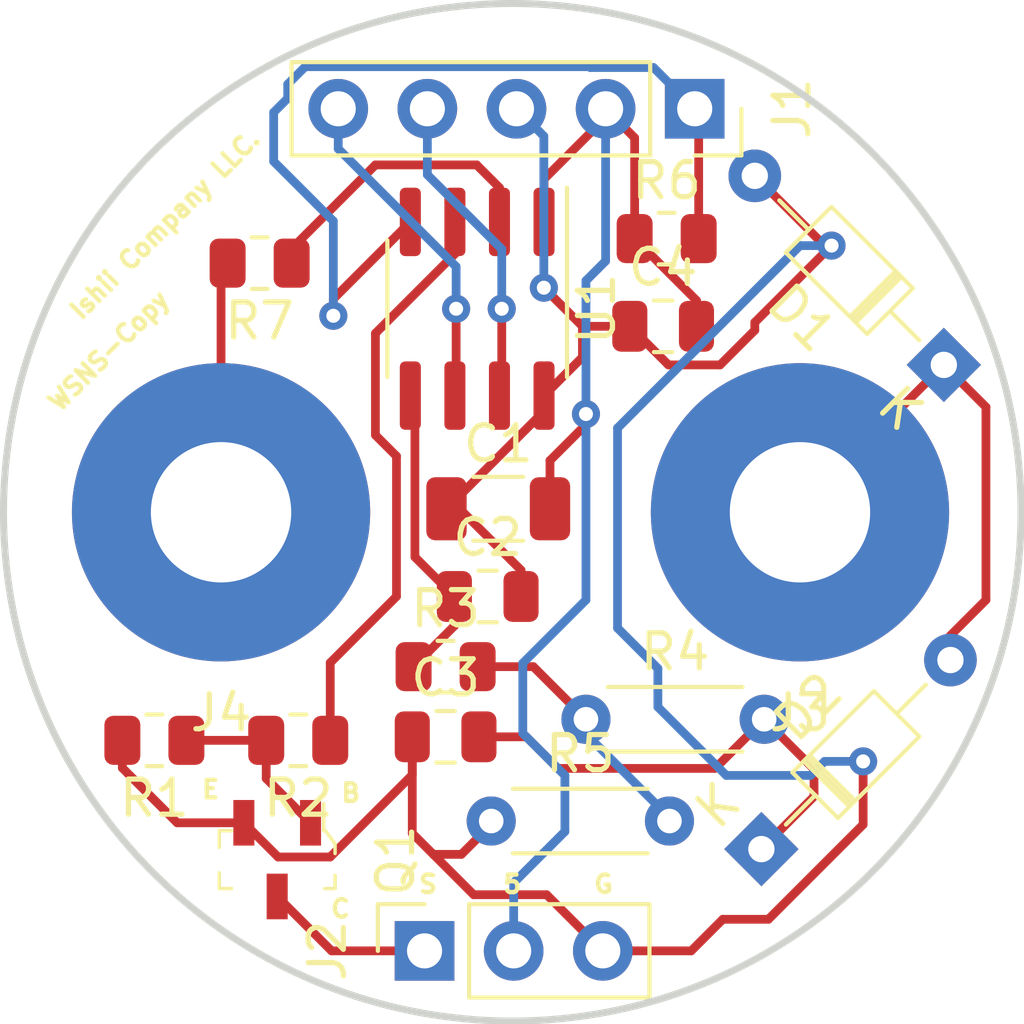
<source format=kicad_pcb>
(kicad_pcb (version 20171130) (host pcbnew "(5.1.9)-1")

  (general
    (thickness 1.6)
    (drawings 14)
    (tracks 138)
    (zones 0)
    (modules 19)
    (nets 15)
  )

  (page A4)
  (layers
    (0 F.Cu signal)
    (31 B.Cu signal)
    (32 B.Adhes user hide)
    (33 F.Adhes user hide)
    (34 B.Paste user)
    (35 F.Paste user)
    (36 B.SilkS user)
    (37 F.SilkS user)
    (38 B.Mask user)
    (39 F.Mask user)
    (40 Dwgs.User user hide)
    (41 Cmts.User user hide)
    (42 Eco1.User user hide)
    (43 Eco2.User user hide)
    (44 Edge.Cuts user)
    (45 Margin user hide)
    (46 B.CrtYd user hide)
    (47 F.CrtYd user hide)
    (48 B.Fab user hide)
    (49 F.Fab user hide)
  )

  (setup
    (last_trace_width 0.25)
    (trace_clearance 0.2)
    (zone_clearance 0.508)
    (zone_45_only no)
    (trace_min 0.2)
    (via_size 0.8)
    (via_drill 0.4)
    (via_min_size 0.4)
    (via_min_drill 0.3)
    (uvia_size 0.3)
    (uvia_drill 0.1)
    (uvias_allowed no)
    (uvia_min_size 0.2)
    (uvia_min_drill 0.1)
    (edge_width 0.05)
    (segment_width 0.2)
    (pcb_text_width 0.3)
    (pcb_text_size 1.5 1.5)
    (mod_edge_width 0.12)
    (mod_text_size 1 1)
    (mod_text_width 0.15)
    (pad_size 1.524 1.524)
    (pad_drill 0.762)
    (pad_to_mask_clearance 0)
    (aux_axis_origin 125 105)
    (grid_origin 125 105)
    (visible_elements 7FFFFFFF)
    (pcbplotparams
      (layerselection 0x010fc_ffffffff)
      (usegerberextensions true)
      (usegerberattributes false)
      (usegerberadvancedattributes true)
      (creategerberjobfile false)
      (excludeedgelayer true)
      (linewidth 0.100000)
      (plotframeref false)
      (viasonmask false)
      (mode 1)
      (useauxorigin false)
      (hpglpennumber 1)
      (hpglpenspeed 20)
      (hpglpendiameter 15.000000)
      (psnegative false)
      (psa4output false)
      (plotreference true)
      (plotvalue true)
      (plotinvisibletext false)
      (padsonsilk false)
      (subtractmaskfromsilk false)
      (outputformat 1)
      (mirror false)
      (drillshape 0)
      (scaleselection 1)
      (outputdirectory "../../../../Desktop/WSNS/"))
  )

  (net 0 "")
  (net 1 GND)
  (net 2 5V)
  (net 3 "Net-(C2-Pad1)")
  (net 4 "Net-(C3-Pad2)")
  (net 5 WSL)
  (net 6 MCLR)
  (net 7 DAT)
  (net 8 CLK)
  (net 9 Signal)
  (net 10 WSR)
  (net 11 "Net-(Q1-Pad1)")
  (net 12 RA4)
  (net 13 "Net-(R3-Pad2)")
  (net 14 "Net-(R7-Pad1)")

  (net_class Default "This is the default net class."
    (clearance 0.2)
    (trace_width 0.25)
    (via_dia 0.8)
    (via_drill 0.4)
    (uvia_dia 0.3)
    (uvia_drill 0.1)
    (add_net 5V)
    (add_net CLK)
    (add_net DAT)
    (add_net GND)
    (add_net MCLR)
    (add_net "Net-(C2-Pad1)")
    (add_net "Net-(C3-Pad2)")
    (add_net "Net-(Q1-Pad1)")
    (add_net "Net-(R3-Pad2)")
    (add_net "Net-(R7-Pad1)")
    (add_net RA4)
    (add_net Signal)
    (add_net WSL)
    (add_net WSR)
  )

  (module Capacitor_SMD:C_1206_3216Metric (layer F.Cu) (tedit 5F68FEEE) (tstamp 6223F380)
    (at 139.6 90)
    (descr "Capacitor SMD 1206 (3216 Metric), square (rectangular) end terminal, IPC_7351 nominal, (Body size source: IPC-SM-782 page 76, https://www.pcb-3d.com/wordpress/wp-content/uploads/ipc-sm-782a_amendment_1_and_2.pdf), generated with kicad-footprint-generator")
    (tags capacitor)
    (path /6220CA9E)
    (attr smd)
    (fp_text reference C1 (at 0 -1.85) (layer F.SilkS)
      (effects (font (size 1 1) (thickness 0.15)))
    )
    (fp_text value C_Small (at 0 1.85) (layer F.Fab)
      (effects (font (size 1 1) (thickness 0.15)))
    )
    (fp_line (start -1.6 0.8) (end -1.6 -0.8) (layer F.Fab) (width 0.1))
    (fp_line (start -1.6 -0.8) (end 1.6 -0.8) (layer F.Fab) (width 0.1))
    (fp_line (start 1.6 -0.8) (end 1.6 0.8) (layer F.Fab) (width 0.1))
    (fp_line (start 1.6 0.8) (end -1.6 0.8) (layer F.Fab) (width 0.1))
    (fp_line (start -0.711252 -0.91) (end 0.711252 -0.91) (layer F.SilkS) (width 0.12))
    (fp_line (start -0.711252 0.91) (end 0.711252 0.91) (layer F.SilkS) (width 0.12))
    (fp_line (start -2.3 1.15) (end -2.3 -1.15) (layer F.CrtYd) (width 0.05))
    (fp_line (start -2.3 -1.15) (end 2.3 -1.15) (layer F.CrtYd) (width 0.05))
    (fp_line (start 2.3 -1.15) (end 2.3 1.15) (layer F.CrtYd) (width 0.05))
    (fp_line (start 2.3 1.15) (end -2.3 1.15) (layer F.CrtYd) (width 0.05))
    (fp_text user %R (at 0 0) (layer F.Fab)
      (effects (font (size 0.8 0.8) (thickness 0.12)))
    )
    (pad 1 smd roundrect (at -1.475 0) (size 1.15 1.8) (layers F.Cu F.Paste F.Mask) (roundrect_rratio 0.2173904347826087)
      (net 1 GND))
    (pad 2 smd roundrect (at 1.475 0) (size 1.15 1.8) (layers F.Cu F.Paste F.Mask) (roundrect_rratio 0.2173904347826087)
      (net 2 5V))
    (model ${KISYS3DMOD}/Capacitor_SMD.3dshapes/C_1206_3216Metric.wrl
      (at (xyz 0 0 0))
      (scale (xyz 1 1 1))
      (rotate (xyz 0 0 0))
    )
  )

  (module Capacitor_SMD:C_0805_2012Metric (layer F.Cu) (tedit 5F68FEEE) (tstamp 6223F391)
    (at 139.3 92.5)
    (descr "Capacitor SMD 0805 (2012 Metric), square (rectangular) end terminal, IPC_7351 nominal, (Body size source: IPC-SM-782 page 76, https://www.pcb-3d.com/wordpress/wp-content/uploads/ipc-sm-782a_amendment_1_and_2.pdf, https://docs.google.com/spreadsheets/d/1BsfQQcO9C6DZCsRaXUlFlo91Tg2WpOkGARC1WS5S8t0/edit?usp=sharing), generated with kicad-footprint-generator")
    (tags capacitor)
    (path /6220D822)
    (attr smd)
    (fp_text reference C2 (at 0 -1.68) (layer F.SilkS)
      (effects (font (size 1 1) (thickness 0.15)))
    )
    (fp_text value C_Small (at 0 1.68) (layer F.Fab)
      (effects (font (size 1 1) (thickness 0.15)))
    )
    (fp_line (start 1.7 0.98) (end -1.7 0.98) (layer F.CrtYd) (width 0.05))
    (fp_line (start 1.7 -0.98) (end 1.7 0.98) (layer F.CrtYd) (width 0.05))
    (fp_line (start -1.7 -0.98) (end 1.7 -0.98) (layer F.CrtYd) (width 0.05))
    (fp_line (start -1.7 0.98) (end -1.7 -0.98) (layer F.CrtYd) (width 0.05))
    (fp_line (start -0.261252 0.735) (end 0.261252 0.735) (layer F.SilkS) (width 0.12))
    (fp_line (start -0.261252 -0.735) (end 0.261252 -0.735) (layer F.SilkS) (width 0.12))
    (fp_line (start 1 0.625) (end -1 0.625) (layer F.Fab) (width 0.1))
    (fp_line (start 1 -0.625) (end 1 0.625) (layer F.Fab) (width 0.1))
    (fp_line (start -1 -0.625) (end 1 -0.625) (layer F.Fab) (width 0.1))
    (fp_line (start -1 0.625) (end -1 -0.625) (layer F.Fab) (width 0.1))
    (fp_text user %R (at 0 0) (layer F.Fab)
      (effects (font (size 0.5 0.5) (thickness 0.08)))
    )
    (pad 2 smd roundrect (at 0.95 0) (size 1 1.45) (layers F.Cu F.Paste F.Mask) (roundrect_rratio 0.25)
      (net 1 GND))
    (pad 1 smd roundrect (at -0.95 0) (size 1 1.45) (layers F.Cu F.Paste F.Mask) (roundrect_rratio 0.25)
      (net 3 "Net-(C2-Pad1)"))
    (model ${KISYS3DMOD}/Capacitor_SMD.3dshapes/C_0805_2012Metric.wrl
      (at (xyz 0 0 0))
      (scale (xyz 1 1 1))
      (rotate (xyz 0 0 0))
    )
  )

  (module Capacitor_SMD:C_0805_2012Metric (layer F.Cu) (tedit 5F68FEEE) (tstamp 6223F3A2)
    (at 138.1 96.5)
    (descr "Capacitor SMD 0805 (2012 Metric), square (rectangular) end terminal, IPC_7351 nominal, (Body size source: IPC-SM-782 page 76, https://www.pcb-3d.com/wordpress/wp-content/uploads/ipc-sm-782a_amendment_1_and_2.pdf, https://docs.google.com/spreadsheets/d/1BsfQQcO9C6DZCsRaXUlFlo91Tg2WpOkGARC1WS5S8t0/edit?usp=sharing), generated with kicad-footprint-generator")
    (tags capacitor)
    (path /6220D750)
    (attr smd)
    (fp_text reference C3 (at 0 -1.68) (layer F.SilkS)
      (effects (font (size 1 1) (thickness 0.15)))
    )
    (fp_text value C_Small (at 0 1.68) (layer F.Fab)
      (effects (font (size 1 1) (thickness 0.15)))
    )
    (fp_line (start -1 0.625) (end -1 -0.625) (layer F.Fab) (width 0.1))
    (fp_line (start -1 -0.625) (end 1 -0.625) (layer F.Fab) (width 0.1))
    (fp_line (start 1 -0.625) (end 1 0.625) (layer F.Fab) (width 0.1))
    (fp_line (start 1 0.625) (end -1 0.625) (layer F.Fab) (width 0.1))
    (fp_line (start -0.261252 -0.735) (end 0.261252 -0.735) (layer F.SilkS) (width 0.12))
    (fp_line (start -0.261252 0.735) (end 0.261252 0.735) (layer F.SilkS) (width 0.12))
    (fp_line (start -1.7 0.98) (end -1.7 -0.98) (layer F.CrtYd) (width 0.05))
    (fp_line (start -1.7 -0.98) (end 1.7 -0.98) (layer F.CrtYd) (width 0.05))
    (fp_line (start 1.7 -0.98) (end 1.7 0.98) (layer F.CrtYd) (width 0.05))
    (fp_line (start 1.7 0.98) (end -1.7 0.98) (layer F.CrtYd) (width 0.05))
    (fp_text user %R (at 0 0) (layer F.Fab)
      (effects (font (size 0.5 0.5) (thickness 0.08)))
    )
    (pad 1 smd roundrect (at -0.95 0) (size 1 1.45) (layers F.Cu F.Paste F.Mask) (roundrect_rratio 0.25)
      (net 1 GND))
    (pad 2 smd roundrect (at 0.95 0) (size 1 1.45) (layers F.Cu F.Paste F.Mask) (roundrect_rratio 0.25)
      (net 4 "Net-(C3-Pad2)"))
    (model ${KISYS3DMOD}/Capacitor_SMD.3dshapes/C_0805_2012Metric.wrl
      (at (xyz 0 0 0))
      (scale (xyz 1 1 1))
      (rotate (xyz 0 0 0))
    )
  )

  (module Capacitor_SMD:C_0805_2012Metric (layer F.Cu) (tedit 5F68FEEE) (tstamp 6223F3B3)
    (at 144.3 84.8)
    (descr "Capacitor SMD 0805 (2012 Metric), square (rectangular) end terminal, IPC_7351 nominal, (Body size source: IPC-SM-782 page 76, https://www.pcb-3d.com/wordpress/wp-content/uploads/ipc-sm-782a_amendment_1_and_2.pdf, https://docs.google.com/spreadsheets/d/1BsfQQcO9C6DZCsRaXUlFlo91Tg2WpOkGARC1WS5S8t0/edit?usp=sharing), generated with kicad-footprint-generator")
    (tags capacitor)
    (path /6220C4CB)
    (attr smd)
    (fp_text reference C4 (at 0 -1.68) (layer F.SilkS)
      (effects (font (size 1 1) (thickness 0.15)))
    )
    (fp_text value C_Small (at 0 1.68) (layer F.Fab)
      (effects (font (size 1 1) (thickness 0.15)))
    )
    (fp_line (start -1 0.625) (end -1 -0.625) (layer F.Fab) (width 0.1))
    (fp_line (start -1 -0.625) (end 1 -0.625) (layer F.Fab) (width 0.1))
    (fp_line (start 1 -0.625) (end 1 0.625) (layer F.Fab) (width 0.1))
    (fp_line (start 1 0.625) (end -1 0.625) (layer F.Fab) (width 0.1))
    (fp_line (start -0.261252 -0.735) (end 0.261252 -0.735) (layer F.SilkS) (width 0.12))
    (fp_line (start -0.261252 0.735) (end 0.261252 0.735) (layer F.SilkS) (width 0.12))
    (fp_line (start -1.7 0.98) (end -1.7 -0.98) (layer F.CrtYd) (width 0.05))
    (fp_line (start -1.7 -0.98) (end 1.7 -0.98) (layer F.CrtYd) (width 0.05))
    (fp_line (start 1.7 -0.98) (end 1.7 0.98) (layer F.CrtYd) (width 0.05))
    (fp_line (start 1.7 0.98) (end -1.7 0.98) (layer F.CrtYd) (width 0.05))
    (fp_text user %R (at 0 0) (layer F.Fab)
      (effects (font (size 0.5 0.5) (thickness 0.08)))
    )
    (pad 1 smd roundrect (at -0.95 0) (size 1 1.45) (layers F.Cu F.Paste F.Mask) (roundrect_rratio 0.25)
      (net 1 GND))
    (pad 2 smd roundrect (at 0.95 0) (size 1 1.45) (layers F.Cu F.Paste F.Mask) (roundrect_rratio 0.25)
      (net 2 5V))
    (model ${KISYS3DMOD}/Capacitor_SMD.3dshapes/C_0805_2012Metric.wrl
      (at (xyz 0 0 0))
      (scale (xyz 1 1 1))
      (rotate (xyz 0 0 0))
    )
  )

  (module Diode_THT:D_DO-34_SOD68_P7.62mm_Horizontal (layer F.Cu) (tedit 5AE50CD5) (tstamp 6223F3D2)
    (at 152.3 85.9 135)
    (descr "Diode, DO-34_SOD68 series, Axial, Horizontal, pin pitch=7.62mm, , length*diameter=3.04*1.6mm^2, , https://www.nxp.com/docs/en/data-sheet/KTY83_SER.pdf")
    (tags "Diode DO-34_SOD68 series Axial Horizontal pin pitch 7.62mm  length 3.04mm diameter 1.6mm")
    (path /622A4F32)
    (fp_text reference D1 (at 3.81 -1.92 135) (layer F.SilkS)
      (effects (font (size 1 1) (thickness 0.15)))
    )
    (fp_text value D_Small (at 3.81 1.92 135) (layer F.Fab)
      (effects (font (size 1 1) (thickness 0.15)))
    )
    (fp_line (start 2.29 -0.8) (end 2.29 0.8) (layer F.Fab) (width 0.1))
    (fp_line (start 2.29 0.8) (end 5.33 0.8) (layer F.Fab) (width 0.1))
    (fp_line (start 5.33 0.8) (end 5.33 -0.8) (layer F.Fab) (width 0.1))
    (fp_line (start 5.33 -0.8) (end 2.29 -0.8) (layer F.Fab) (width 0.1))
    (fp_line (start 0 0) (end 2.29 0) (layer F.Fab) (width 0.1))
    (fp_line (start 7.62 0) (end 5.33 0) (layer F.Fab) (width 0.1))
    (fp_line (start 2.746 -0.8) (end 2.746 0.8) (layer F.Fab) (width 0.1))
    (fp_line (start 2.846 -0.8) (end 2.846 0.8) (layer F.Fab) (width 0.1))
    (fp_line (start 2.646 -0.8) (end 2.646 0.8) (layer F.Fab) (width 0.1))
    (fp_line (start 2.17 -0.92) (end 2.17 0.92) (layer F.SilkS) (width 0.12))
    (fp_line (start 2.17 0.92) (end 5.45 0.92) (layer F.SilkS) (width 0.12))
    (fp_line (start 5.45 0.92) (end 5.45 -0.92) (layer F.SilkS) (width 0.12))
    (fp_line (start 5.45 -0.92) (end 2.17 -0.92) (layer F.SilkS) (width 0.12))
    (fp_line (start 0.99 0) (end 2.17 0) (layer F.SilkS) (width 0.12))
    (fp_line (start 6.63 0) (end 5.45 0) (layer F.SilkS) (width 0.12))
    (fp_line (start 2.746 -0.92) (end 2.746 0.92) (layer F.SilkS) (width 0.12))
    (fp_line (start 2.866 -0.92) (end 2.866 0.92) (layer F.SilkS) (width 0.12))
    (fp_line (start 2.626 -0.92) (end 2.626 0.92) (layer F.SilkS) (width 0.12))
    (fp_line (start -1 -1.05) (end -1 1.05) (layer F.CrtYd) (width 0.05))
    (fp_line (start -1 1.05) (end 8.63 1.05) (layer F.CrtYd) (width 0.05))
    (fp_line (start 8.63 1.05) (end 8.63 -1.05) (layer F.CrtYd) (width 0.05))
    (fp_line (start 8.63 -1.05) (end -1 -1.05) (layer F.CrtYd) (width 0.05))
    (fp_text user %R (at 4.038 0 135) (layer F.Fab)
      (effects (font (size 0.608 0.608) (thickness 0.0912)))
    )
    (fp_text user K (at 0 -1.75 135) (layer F.Fab)
      (effects (font (size 1 1) (thickness 0.15)))
    )
    (fp_text user K (at 0 -1.75 135) (layer F.SilkS)
      (effects (font (size 1 1) (thickness 0.15)))
    )
    (pad 1 thru_hole rect (at 0 0 135) (size 1.5 1.5) (drill 0.75) (layers *.Cu *.Mask)
      (net 5 WSL))
    (pad 2 thru_hole oval (at 7.62 0 135) (size 1.5 1.5) (drill 0.75) (layers *.Cu *.Mask)
      (net 1 GND))
    (model ${KISYS3DMOD}/Diode_THT.3dshapes/D_DO-34_SOD68_P7.62mm_Horizontal.wrl
      (at (xyz 0 0 0))
      (scale (xyz 1 1 1))
      (rotate (xyz 0 0 0))
    )
  )

  (module Diode_THT:D_DO-34_SOD68_P7.62mm_Horizontal (layer F.Cu) (tedit 5AE50CD5) (tstamp 6223F3F1)
    (at 147.1 99.7 45)
    (descr "Diode, DO-34_SOD68 series, Axial, Horizontal, pin pitch=7.62mm, , length*diameter=3.04*1.6mm^2, , https://www.nxp.com/docs/en/data-sheet/KTY83_SER.pdf")
    (tags "Diode DO-34_SOD68 series Axial Horizontal pin pitch 7.62mm  length 3.04mm diameter 1.6mm")
    (path /622A533A)
    (fp_text reference D2 (at 3.81 -1.92 45) (layer F.SilkS)
      (effects (font (size 1 1) (thickness 0.15)))
    )
    (fp_text value D_Small (at 3.81 1.92 45) (layer F.Fab)
      (effects (font (size 1 1) (thickness 0.15)))
    )
    (fp_line (start 8.63 -1.05) (end -1 -1.05) (layer F.CrtYd) (width 0.05))
    (fp_line (start 8.63 1.05) (end 8.63 -1.05) (layer F.CrtYd) (width 0.05))
    (fp_line (start -1 1.05) (end 8.63 1.05) (layer F.CrtYd) (width 0.05))
    (fp_line (start -1 -1.05) (end -1 1.05) (layer F.CrtYd) (width 0.05))
    (fp_line (start 2.626 -0.92) (end 2.626 0.92) (layer F.SilkS) (width 0.12))
    (fp_line (start 2.866 -0.92) (end 2.866 0.92) (layer F.SilkS) (width 0.12))
    (fp_line (start 2.746 -0.92) (end 2.746 0.92) (layer F.SilkS) (width 0.12))
    (fp_line (start 6.63 0) (end 5.45 0) (layer F.SilkS) (width 0.12))
    (fp_line (start 0.99 0) (end 2.17 0) (layer F.SilkS) (width 0.12))
    (fp_line (start 5.45 -0.92) (end 2.17 -0.92) (layer F.SilkS) (width 0.12))
    (fp_line (start 5.45 0.92) (end 5.45 -0.92) (layer F.SilkS) (width 0.12))
    (fp_line (start 2.17 0.92) (end 5.45 0.92) (layer F.SilkS) (width 0.12))
    (fp_line (start 2.17 -0.92) (end 2.17 0.92) (layer F.SilkS) (width 0.12))
    (fp_line (start 2.646 -0.8) (end 2.646 0.8) (layer F.Fab) (width 0.1))
    (fp_line (start 2.846 -0.8) (end 2.846 0.8) (layer F.Fab) (width 0.1))
    (fp_line (start 2.746 -0.8) (end 2.746 0.8) (layer F.Fab) (width 0.1))
    (fp_line (start 7.62 0) (end 5.33 0) (layer F.Fab) (width 0.1))
    (fp_line (start 0 0) (end 2.29 0) (layer F.Fab) (width 0.1))
    (fp_line (start 5.33 -0.8) (end 2.29 -0.8) (layer F.Fab) (width 0.1))
    (fp_line (start 5.33 0.8) (end 5.33 -0.8) (layer F.Fab) (width 0.1))
    (fp_line (start 2.29 0.8) (end 5.33 0.8) (layer F.Fab) (width 0.1))
    (fp_line (start 2.29 -0.8) (end 2.29 0.8) (layer F.Fab) (width 0.1))
    (fp_text user K (at 0 -1.75 45) (layer F.SilkS)
      (effects (font (size 1 1) (thickness 0.15)))
    )
    (fp_text user K (at 0 -1.75 45) (layer F.Fab)
      (effects (font (size 1 1) (thickness 0.15)))
    )
    (fp_text user %R (at 4.038 0 45) (layer F.Fab)
      (effects (font (size 0.608 0.608) (thickness 0.0912)))
    )
    (pad 2 thru_hole oval (at 7.62 0 45) (size 1.5 1.5) (drill 0.75) (layers *.Cu *.Mask)
      (net 5 WSL))
    (pad 1 thru_hole rect (at 0 0 45) (size 1.5 1.5) (drill 0.75) (layers *.Cu *.Mask)
      (net 4 "Net-(C3-Pad2)"))
    (model ${KISYS3DMOD}/Diode_THT.3dshapes/D_DO-34_SOD68_P7.62mm_Horizontal.wrl
      (at (xyz 0 0 0))
      (scale (xyz 1 1 1))
      (rotate (xyz 0 0 0))
    )
  )

  (module Connector_PinSocket_2.54mm:PinSocket_1x05_P2.54mm_Vertical (layer F.Cu) (tedit 5A19A420) (tstamp 6223F40A)
    (at 145.2 78.6 270)
    (descr "Through hole straight socket strip, 1x05, 2.54mm pitch, single row (from Kicad 4.0.7), script generated")
    (tags "Through hole socket strip THT 1x05 2.54mm single row")
    (path /62213265)
    (fp_text reference J1 (at 0 -2.77 90) (layer F.SilkS)
      (effects (font (size 1 1) (thickness 0.15)))
    )
    (fp_text value ICSP (at 0 12.93 90) (layer F.Fab)
      (effects (font (size 1 1) (thickness 0.15)))
    )
    (fp_line (start -1.27 -1.27) (end 0.635 -1.27) (layer F.Fab) (width 0.1))
    (fp_line (start 0.635 -1.27) (end 1.27 -0.635) (layer F.Fab) (width 0.1))
    (fp_line (start 1.27 -0.635) (end 1.27 11.43) (layer F.Fab) (width 0.1))
    (fp_line (start 1.27 11.43) (end -1.27 11.43) (layer F.Fab) (width 0.1))
    (fp_line (start -1.27 11.43) (end -1.27 -1.27) (layer F.Fab) (width 0.1))
    (fp_line (start -1.33 1.27) (end 1.33 1.27) (layer F.SilkS) (width 0.12))
    (fp_line (start -1.33 1.27) (end -1.33 11.49) (layer F.SilkS) (width 0.12))
    (fp_line (start -1.33 11.49) (end 1.33 11.49) (layer F.SilkS) (width 0.12))
    (fp_line (start 1.33 1.27) (end 1.33 11.49) (layer F.SilkS) (width 0.12))
    (fp_line (start 1.33 -1.33) (end 1.33 0) (layer F.SilkS) (width 0.12))
    (fp_line (start 0 -1.33) (end 1.33 -1.33) (layer F.SilkS) (width 0.12))
    (fp_line (start -1.8 -1.8) (end 1.75 -1.8) (layer F.CrtYd) (width 0.05))
    (fp_line (start 1.75 -1.8) (end 1.75 11.9) (layer F.CrtYd) (width 0.05))
    (fp_line (start 1.75 11.9) (end -1.8 11.9) (layer F.CrtYd) (width 0.05))
    (fp_line (start -1.8 11.9) (end -1.8 -1.8) (layer F.CrtYd) (width 0.05))
    (fp_text user %R (at 0 5.08) (layer F.Fab)
      (effects (font (size 1 1) (thickness 0.15)))
    )
    (pad 1 thru_hole rect (at 0 0 270) (size 1.7 1.7) (drill 1) (layers *.Cu *.Mask)
      (net 6 MCLR))
    (pad 2 thru_hole oval (at 0 2.54 270) (size 1.7 1.7) (drill 1) (layers *.Cu *.Mask)
      (net 2 5V))
    (pad 3 thru_hole oval (at 0 5.08 270) (size 1.7 1.7) (drill 1) (layers *.Cu *.Mask)
      (net 1 GND))
    (pad 4 thru_hole oval (at 0 7.62 270) (size 1.7 1.7) (drill 1) (layers *.Cu *.Mask)
      (net 7 DAT))
    (pad 5 thru_hole oval (at 0 10.16 270) (size 1.7 1.7) (drill 1) (layers *.Cu *.Mask)
      (net 8 CLK))
  )

  (module Connector_PinSocket_2.54mm:PinSocket_1x03_P2.54mm_Vertical (layer F.Cu) (tedit 5A19A429) (tstamp 6223F421)
    (at 137.5 102.6 90)
    (descr "Through hole straight socket strip, 1x03, 2.54mm pitch, single row (from Kicad 4.0.7), script generated")
    (tags "Through hole socket strip THT 1x03 2.54mm single row")
    (path /62213ADF)
    (fp_text reference J2 (at 0 -2.77 90) (layer F.SilkS)
      (effects (font (size 1 1) (thickness 0.15)))
    )
    (fp_text value Connector (at 0 7.85 90) (layer F.Fab)
      (effects (font (size 1 1) (thickness 0.15)))
    )
    (fp_line (start -1.27 -1.27) (end 0.635 -1.27) (layer F.Fab) (width 0.1))
    (fp_line (start 0.635 -1.27) (end 1.27 -0.635) (layer F.Fab) (width 0.1))
    (fp_line (start 1.27 -0.635) (end 1.27 6.35) (layer F.Fab) (width 0.1))
    (fp_line (start 1.27 6.35) (end -1.27 6.35) (layer F.Fab) (width 0.1))
    (fp_line (start -1.27 6.35) (end -1.27 -1.27) (layer F.Fab) (width 0.1))
    (fp_line (start -1.33 1.27) (end 1.33 1.27) (layer F.SilkS) (width 0.12))
    (fp_line (start -1.33 1.27) (end -1.33 6.41) (layer F.SilkS) (width 0.12))
    (fp_line (start -1.33 6.41) (end 1.33 6.41) (layer F.SilkS) (width 0.12))
    (fp_line (start 1.33 1.27) (end 1.33 6.41) (layer F.SilkS) (width 0.12))
    (fp_line (start 1.33 -1.33) (end 1.33 0) (layer F.SilkS) (width 0.12))
    (fp_line (start 0 -1.33) (end 1.33 -1.33) (layer F.SilkS) (width 0.12))
    (fp_line (start -1.8 -1.8) (end 1.75 -1.8) (layer F.CrtYd) (width 0.05))
    (fp_line (start 1.75 -1.8) (end 1.75 6.85) (layer F.CrtYd) (width 0.05))
    (fp_line (start 1.75 6.85) (end -1.8 6.85) (layer F.CrtYd) (width 0.05))
    (fp_line (start -1.8 6.85) (end -1.8 -1.8) (layer F.CrtYd) (width 0.05))
    (fp_text user %R (at 0 2.54) (layer F.Fab)
      (effects (font (size 1 1) (thickness 0.15)))
    )
    (pad 1 thru_hole rect (at 0 0 90) (size 1.7 1.7) (drill 1) (layers *.Cu *.Mask)
      (net 9 Signal))
    (pad 2 thru_hole oval (at 0 2.54 90) (size 1.7 1.7) (drill 1) (layers *.Cu *.Mask)
      (net 2 5V))
    (pad 3 thru_hole oval (at 0 5.08 90) (size 1.7 1.7) (drill 1) (layers *.Cu *.Mask)
      (net 1 GND))
  )

  (module hotsprings-footprints:WaterSensorPin (layer F.Cu) (tedit 6223757A) (tstamp 6223F426)
    (at 148.2 90.1)
    (path /622191FA)
    (fp_text reference J3 (at 0 5.715) (layer F.SilkS)
      (effects (font (size 1 1) (thickness 0.15)))
    )
    (fp_text value WaterSensorL (at 0 -5.715) (layer F.Fab)
      (effects (font (size 1 1) (thickness 0.15)))
    )
    (pad 1 thru_hole circle (at 0 0) (size 8.5 8.5) (drill 4) (layers *.Cu *.Mask)
      (net 5 WSL))
  )

  (module hotsprings-footprints:WaterSensorPin (layer F.Cu) (tedit 6223757A) (tstamp 6223F42B)
    (at 131.7 90.1)
    (path /62218A9F)
    (fp_text reference J4 (at 0 5.715) (layer F.SilkS)
      (effects (font (size 1 1) (thickness 0.15)))
    )
    (fp_text value WaterSensorR (at 0 -5.715) (layer F.Fab)
      (effects (font (size 1 1) (thickness 0.15)))
    )
    (pad 1 thru_hole circle (at 0 0) (size 8.5 8.5) (drill 4) (layers *.Cu *.Mask)
      (net 10 WSR))
  )

  (module digikey-footprints:SOT-23-3 (layer F.Cu) (tedit 59D275F3) (tstamp 6223F447)
    (at 133.3 100 270)
    (path /6228A550)
    (fp_text reference Q1 (at 0.025 -3.375 90) (layer F.SilkS)
      (effects (font (size 1 1) (thickness 0.15)))
    )
    (fp_text value MMBT5551LT1G (at 0.025 3.25 90) (layer F.Fab)
      (effects (font (size 1 1) (thickness 0.15)))
    )
    (fp_line (start -1.825 -1.95) (end 1.825 -1.95) (layer F.CrtYd) (width 0.05))
    (fp_line (start -1.825 -1.95) (end -1.825 1.95) (layer F.CrtYd) (width 0.05))
    (fp_line (start 1.825 1.95) (end -1.825 1.95) (layer F.CrtYd) (width 0.05))
    (fp_line (start 1.825 -1.95) (end 1.825 1.95) (layer F.CrtYd) (width 0.05))
    (fp_line (start -0.175 -1.65) (end -0.45 -1.65) (layer F.SilkS) (width 0.1))
    (fp_line (start -0.45 -1.65) (end -0.825 -1.375) (layer F.SilkS) (width 0.1))
    (fp_line (start -0.825 -1.375) (end -0.825 -1.325) (layer F.SilkS) (width 0.1))
    (fp_line (start -0.825 -1.325) (end -1.6 -1.325) (layer F.SilkS) (width 0.1))
    (fp_line (start -0.7 -1.325) (end -0.7 1.525) (layer F.Fab) (width 0.1))
    (fp_line (start -0.425 -1.525) (end 0.7 -1.525) (layer F.Fab) (width 0.1))
    (fp_line (start -0.425 -1.525) (end -0.7 -1.325) (layer F.Fab) (width 0.1))
    (fp_line (start -0.35 1.65) (end -0.825 1.65) (layer F.SilkS) (width 0.1))
    (fp_line (start -0.825 1.65) (end -0.825 1.3) (layer F.SilkS) (width 0.1))
    (fp_line (start 0.825 1.425) (end 0.825 1.3) (layer F.SilkS) (width 0.1))
    (fp_line (start 0.825 1.35) (end 0.825 1.65) (layer F.SilkS) (width 0.1))
    (fp_line (start 0.825 1.65) (end 0.375 1.65) (layer F.SilkS) (width 0.1))
    (fp_line (start 0.45 -1.65) (end 0.825 -1.65) (layer F.SilkS) (width 0.1))
    (fp_line (start 0.825 -1.65) (end 0.825 -1.35) (layer F.SilkS) (width 0.1))
    (fp_line (start -0.7 1.52) (end 0.7 1.52) (layer F.Fab) (width 0.1))
    (fp_line (start 0.7 1.52) (end 0.7 -1.52) (layer F.Fab) (width 0.1))
    (fp_text user %R (at -0.125 0.15 90) (layer F.Fab)
      (effects (font (size 0.25 0.25) (thickness 0.05)))
    )
    (pad 3 smd rect (at 1.05 0 270) (size 1.3 0.6) (layers F.Cu F.Paste F.Mask)
      (net 9 Signal) (solder_mask_margin 0.07))
    (pad 2 smd rect (at -1.05 0.95 270) (size 1.3 0.6) (layers F.Cu F.Paste F.Mask)
      (net 1 GND) (solder_mask_margin 0.07))
    (pad 1 smd rect (at -1.05 -0.95 270) (size 1.3 0.6) (layers F.Cu F.Paste F.Mask)
      (net 11 "Net-(Q1-Pad1)") (solder_mask_margin 0.07))
    (model ${KISYS3DMOD}/Package_TO_SOT_SMD.3dshapes/SOT-23.wrl
      (at (xyz 0 0 0))
      (scale (xyz 1 1 1))
      (rotate (xyz 0 0 0))
    )
  )

  (module Resistor_SMD:R_0805_2012Metric (layer F.Cu) (tedit 5F68FEEE) (tstamp 6223F458)
    (at 129.8 96.6 180)
    (descr "Resistor SMD 0805 (2012 Metric), square (rectangular) end terminal, IPC_7351 nominal, (Body size source: IPC-SM-782 page 72, https://www.pcb-3d.com/wordpress/wp-content/uploads/ipc-sm-782a_amendment_1_and_2.pdf), generated with kicad-footprint-generator")
    (tags resistor)
    (path /62207FFC)
    (attr smd)
    (fp_text reference R1 (at 0 -1.65) (layer F.SilkS)
      (effects (font (size 1 1) (thickness 0.15)))
    )
    (fp_text value R_Small (at 0 1.65) (layer F.Fab)
      (effects (font (size 1 1) (thickness 0.15)))
    )
    (fp_line (start -1 0.625) (end -1 -0.625) (layer F.Fab) (width 0.1))
    (fp_line (start -1 -0.625) (end 1 -0.625) (layer F.Fab) (width 0.1))
    (fp_line (start 1 -0.625) (end 1 0.625) (layer F.Fab) (width 0.1))
    (fp_line (start 1 0.625) (end -1 0.625) (layer F.Fab) (width 0.1))
    (fp_line (start -0.227064 -0.735) (end 0.227064 -0.735) (layer F.SilkS) (width 0.12))
    (fp_line (start -0.227064 0.735) (end 0.227064 0.735) (layer F.SilkS) (width 0.12))
    (fp_line (start -1.68 0.95) (end -1.68 -0.95) (layer F.CrtYd) (width 0.05))
    (fp_line (start -1.68 -0.95) (end 1.68 -0.95) (layer F.CrtYd) (width 0.05))
    (fp_line (start 1.68 -0.95) (end 1.68 0.95) (layer F.CrtYd) (width 0.05))
    (fp_line (start 1.68 0.95) (end -1.68 0.95) (layer F.CrtYd) (width 0.05))
    (fp_text user %R (at 0 0) (layer F.Fab)
      (effects (font (size 0.5 0.5) (thickness 0.08)))
    )
    (pad 1 smd roundrect (at -0.9125 0 180) (size 1.025 1.4) (layers F.Cu F.Paste F.Mask) (roundrect_rratio 0.2439014634146341)
      (net 11 "Net-(Q1-Pad1)"))
    (pad 2 smd roundrect (at 0.9125 0 180) (size 1.025 1.4) (layers F.Cu F.Paste F.Mask) (roundrect_rratio 0.2439014634146341)
      (net 1 GND))
    (model ${KISYS3DMOD}/Resistor_SMD.3dshapes/R_0805_2012Metric.wrl
      (at (xyz 0 0 0))
      (scale (xyz 1 1 1))
      (rotate (xyz 0 0 0))
    )
  )

  (module Resistor_SMD:R_0805_2012Metric (layer F.Cu) (tedit 5F68FEEE) (tstamp 6223F469)
    (at 133.9 96.6 180)
    (descr "Resistor SMD 0805 (2012 Metric), square (rectangular) end terminal, IPC_7351 nominal, (Body size source: IPC-SM-782 page 72, https://www.pcb-3d.com/wordpress/wp-content/uploads/ipc-sm-782a_amendment_1_and_2.pdf), generated with kicad-footprint-generator")
    (tags resistor)
    (path /62207FF2)
    (attr smd)
    (fp_text reference R2 (at 0 -1.65) (layer F.SilkS)
      (effects (font (size 1 1) (thickness 0.15)))
    )
    (fp_text value R_Small (at 0 1.65) (layer F.Fab)
      (effects (font (size 1 1) (thickness 0.15)))
    )
    (fp_line (start 1.68 0.95) (end -1.68 0.95) (layer F.CrtYd) (width 0.05))
    (fp_line (start 1.68 -0.95) (end 1.68 0.95) (layer F.CrtYd) (width 0.05))
    (fp_line (start -1.68 -0.95) (end 1.68 -0.95) (layer F.CrtYd) (width 0.05))
    (fp_line (start -1.68 0.95) (end -1.68 -0.95) (layer F.CrtYd) (width 0.05))
    (fp_line (start -0.227064 0.735) (end 0.227064 0.735) (layer F.SilkS) (width 0.12))
    (fp_line (start -0.227064 -0.735) (end 0.227064 -0.735) (layer F.SilkS) (width 0.12))
    (fp_line (start 1 0.625) (end -1 0.625) (layer F.Fab) (width 0.1))
    (fp_line (start 1 -0.625) (end 1 0.625) (layer F.Fab) (width 0.1))
    (fp_line (start -1 -0.625) (end 1 -0.625) (layer F.Fab) (width 0.1))
    (fp_line (start -1 0.625) (end -1 -0.625) (layer F.Fab) (width 0.1))
    (fp_text user %R (at 0 0) (layer F.Fab)
      (effects (font (size 0.5 0.5) (thickness 0.08)))
    )
    (pad 2 smd roundrect (at 0.9125 0 180) (size 1.025 1.4) (layers F.Cu F.Paste F.Mask) (roundrect_rratio 0.2439014634146341)
      (net 11 "Net-(Q1-Pad1)"))
    (pad 1 smd roundrect (at -0.9125 0 180) (size 1.025 1.4) (layers F.Cu F.Paste F.Mask) (roundrect_rratio 0.2439014634146341)
      (net 12 RA4))
    (model ${KISYS3DMOD}/Resistor_SMD.3dshapes/R_0805_2012Metric.wrl
      (at (xyz 0 0 0))
      (scale (xyz 1 1 1))
      (rotate (xyz 0 0 0))
    )
  )

  (module Resistor_SMD:R_0805_2012Metric (layer F.Cu) (tedit 5F68FEEE) (tstamp 6223F47A)
    (at 138.1 94.5)
    (descr "Resistor SMD 0805 (2012 Metric), square (rectangular) end terminal, IPC_7351 nominal, (Body size source: IPC-SM-782 page 72, https://www.pcb-3d.com/wordpress/wp-content/uploads/ipc-sm-782a_amendment_1_and_2.pdf), generated with kicad-footprint-generator")
    (tags resistor)
    (path /62207F76)
    (attr smd)
    (fp_text reference R3 (at 0 -1.65) (layer F.SilkS)
      (effects (font (size 1 1) (thickness 0.15)))
    )
    (fp_text value R_Small (at 0 1.65) (layer F.Fab)
      (effects (font (size 1 1) (thickness 0.15)))
    )
    (fp_line (start -1 0.625) (end -1 -0.625) (layer F.Fab) (width 0.1))
    (fp_line (start -1 -0.625) (end 1 -0.625) (layer F.Fab) (width 0.1))
    (fp_line (start 1 -0.625) (end 1 0.625) (layer F.Fab) (width 0.1))
    (fp_line (start 1 0.625) (end -1 0.625) (layer F.Fab) (width 0.1))
    (fp_line (start -0.227064 -0.735) (end 0.227064 -0.735) (layer F.SilkS) (width 0.12))
    (fp_line (start -0.227064 0.735) (end 0.227064 0.735) (layer F.SilkS) (width 0.12))
    (fp_line (start -1.68 0.95) (end -1.68 -0.95) (layer F.CrtYd) (width 0.05))
    (fp_line (start -1.68 -0.95) (end 1.68 -0.95) (layer F.CrtYd) (width 0.05))
    (fp_line (start 1.68 -0.95) (end 1.68 0.95) (layer F.CrtYd) (width 0.05))
    (fp_line (start 1.68 0.95) (end -1.68 0.95) (layer F.CrtYd) (width 0.05))
    (fp_text user %R (at 0 0) (layer F.Fab)
      (effects (font (size 0.5 0.5) (thickness 0.08)))
    )
    (pad 1 smd roundrect (at -0.9125 0) (size 1.025 1.4) (layers F.Cu F.Paste F.Mask) (roundrect_rratio 0.2439014634146341)
      (net 3 "Net-(C2-Pad1)"))
    (pad 2 smd roundrect (at 0.9125 0) (size 1.025 1.4) (layers F.Cu F.Paste F.Mask) (roundrect_rratio 0.2439014634146341)
      (net 13 "Net-(R3-Pad2)"))
    (model ${KISYS3DMOD}/Resistor_SMD.3dshapes/R_0805_2012Metric.wrl
      (at (xyz 0 0 0))
      (scale (xyz 1 1 1))
      (rotate (xyz 0 0 0))
    )
  )

  (module Resistor_SMD:R_0805_2012Metric (layer F.Cu) (tedit 5F68FEEE) (tstamp 6223F4A9)
    (at 144.4 82.3)
    (descr "Resistor SMD 0805 (2012 Metric), square (rectangular) end terminal, IPC_7351 nominal, (Body size source: IPC-SM-782 page 72, https://www.pcb-3d.com/wordpress/wp-content/uploads/ipc-sm-782a_amendment_1_and_2.pdf), generated with kicad-footprint-generator")
    (tags resistor)
    (path /62206A7C)
    (attr smd)
    (fp_text reference R6 (at 0 -1.65) (layer F.SilkS)
      (effects (font (size 1 1) (thickness 0.15)))
    )
    (fp_text value R_Small (at 0 1.65) (layer F.Fab)
      (effects (font (size 1 1) (thickness 0.15)))
    )
    (fp_line (start -1 0.625) (end -1 -0.625) (layer F.Fab) (width 0.1))
    (fp_line (start -1 -0.625) (end 1 -0.625) (layer F.Fab) (width 0.1))
    (fp_line (start 1 -0.625) (end 1 0.625) (layer F.Fab) (width 0.1))
    (fp_line (start 1 0.625) (end -1 0.625) (layer F.Fab) (width 0.1))
    (fp_line (start -0.227064 -0.735) (end 0.227064 -0.735) (layer F.SilkS) (width 0.12))
    (fp_line (start -0.227064 0.735) (end 0.227064 0.735) (layer F.SilkS) (width 0.12))
    (fp_line (start -1.68 0.95) (end -1.68 -0.95) (layer F.CrtYd) (width 0.05))
    (fp_line (start -1.68 -0.95) (end 1.68 -0.95) (layer F.CrtYd) (width 0.05))
    (fp_line (start 1.68 -0.95) (end 1.68 0.95) (layer F.CrtYd) (width 0.05))
    (fp_line (start 1.68 0.95) (end -1.68 0.95) (layer F.CrtYd) (width 0.05))
    (fp_text user %R (at 0 0) (layer F.Fab)
      (effects (font (size 0.5 0.5) (thickness 0.08)))
    )
    (pad 1 smd roundrect (at -0.9125 0) (size 1.025 1.4) (layers F.Cu F.Paste F.Mask) (roundrect_rratio 0.2439014634146341)
      (net 2 5V))
    (pad 2 smd roundrect (at 0.9125 0) (size 1.025 1.4) (layers F.Cu F.Paste F.Mask) (roundrect_rratio 0.2439014634146341)
      (net 6 MCLR))
    (model ${KISYS3DMOD}/Resistor_SMD.3dshapes/R_0805_2012Metric.wrl
      (at (xyz 0 0 0))
      (scale (xyz 1 1 1))
      (rotate (xyz 0 0 0))
    )
  )

  (module Resistor_SMD:R_0805_2012Metric (layer F.Cu) (tedit 5F68FEEE) (tstamp 6223F4BA)
    (at 132.8 83 180)
    (descr "Resistor SMD 0805 (2012 Metric), square (rectangular) end terminal, IPC_7351 nominal, (Body size source: IPC-SM-782 page 72, https://www.pcb-3d.com/wordpress/wp-content/uploads/ipc-sm-782a_amendment_1_and_2.pdf), generated with kicad-footprint-generator")
    (tags resistor)
    (path /62206FE3)
    (attr smd)
    (fp_text reference R7 (at 0 -1.65) (layer F.SilkS)
      (effects (font (size 1 1) (thickness 0.15)))
    )
    (fp_text value R_Small (at 0 1.65) (layer F.Fab)
      (effects (font (size 1 1) (thickness 0.15)))
    )
    (fp_line (start 1.68 0.95) (end -1.68 0.95) (layer F.CrtYd) (width 0.05))
    (fp_line (start 1.68 -0.95) (end 1.68 0.95) (layer F.CrtYd) (width 0.05))
    (fp_line (start -1.68 -0.95) (end 1.68 -0.95) (layer F.CrtYd) (width 0.05))
    (fp_line (start -1.68 0.95) (end -1.68 -0.95) (layer F.CrtYd) (width 0.05))
    (fp_line (start -0.227064 0.735) (end 0.227064 0.735) (layer F.SilkS) (width 0.12))
    (fp_line (start -0.227064 -0.735) (end 0.227064 -0.735) (layer F.SilkS) (width 0.12))
    (fp_line (start 1 0.625) (end -1 0.625) (layer F.Fab) (width 0.1))
    (fp_line (start 1 -0.625) (end 1 0.625) (layer F.Fab) (width 0.1))
    (fp_line (start -1 -0.625) (end 1 -0.625) (layer F.Fab) (width 0.1))
    (fp_line (start -1 0.625) (end -1 -0.625) (layer F.Fab) (width 0.1))
    (fp_text user %R (at 0 0) (layer F.Fab)
      (effects (font (size 0.5 0.5) (thickness 0.08)))
    )
    (pad 2 smd roundrect (at 0.9125 0 180) (size 1.025 1.4) (layers F.Cu F.Paste F.Mask) (roundrect_rratio 0.2439014634146341)
      (net 10 WSR))
    (pad 1 smd roundrect (at -0.9125 0 180) (size 1.025 1.4) (layers F.Cu F.Paste F.Mask) (roundrect_rratio 0.2439014634146341)
      (net 14 "Net-(R7-Pad1)"))
    (model ${KISYS3DMOD}/Resistor_SMD.3dshapes/R_0805_2012Metric.wrl
      (at (xyz 0 0 0))
      (scale (xyz 1 1 1))
      (rotate (xyz 0 0 0))
    )
  )

  (module Package_SO:SOIC-8_3.9x4.9mm_P1.27mm (layer F.Cu) (tedit 5D9F72B1) (tstamp 6223F4D4)
    (at 139 84.3 270)
    (descr "SOIC, 8 Pin (JEDEC MS-012AA, https://www.analog.com/media/en/package-pcb-resources/package/pkg_pdf/soic_narrow-r/r_8.pdf), generated with kicad-footprint-generator ipc_gullwing_generator.py")
    (tags "SOIC SO")
    (path /6220556D)
    (attr smd)
    (fp_text reference U1 (at 0 -3.4 90) (layer F.SilkS)
      (effects (font (size 1 1) (thickness 0.15)))
    )
    (fp_text value PIC12F1822-ISN (at 0 3.4 90) (layer F.Fab)
      (effects (font (size 1 1) (thickness 0.15)))
    )
    (fp_line (start 0 2.56) (end 1.95 2.56) (layer F.SilkS) (width 0.12))
    (fp_line (start 0 2.56) (end -1.95 2.56) (layer F.SilkS) (width 0.12))
    (fp_line (start 0 -2.56) (end 1.95 -2.56) (layer F.SilkS) (width 0.12))
    (fp_line (start 0 -2.56) (end -3.45 -2.56) (layer F.SilkS) (width 0.12))
    (fp_line (start -0.975 -2.45) (end 1.95 -2.45) (layer F.Fab) (width 0.1))
    (fp_line (start 1.95 -2.45) (end 1.95 2.45) (layer F.Fab) (width 0.1))
    (fp_line (start 1.95 2.45) (end -1.95 2.45) (layer F.Fab) (width 0.1))
    (fp_line (start -1.95 2.45) (end -1.95 -1.475) (layer F.Fab) (width 0.1))
    (fp_line (start -1.95 -1.475) (end -0.975 -2.45) (layer F.Fab) (width 0.1))
    (fp_line (start -3.7 -2.7) (end -3.7 2.7) (layer F.CrtYd) (width 0.05))
    (fp_line (start -3.7 2.7) (end 3.7 2.7) (layer F.CrtYd) (width 0.05))
    (fp_line (start 3.7 2.7) (end 3.7 -2.7) (layer F.CrtYd) (width 0.05))
    (fp_line (start 3.7 -2.7) (end -3.7 -2.7) (layer F.CrtYd) (width 0.05))
    (fp_text user %R (at 0 0 90) (layer F.Fab)
      (effects (font (size 0.98 0.98) (thickness 0.15)))
    )
    (pad 1 smd roundrect (at -2.475 -1.905 270) (size 1.95 0.6) (layers F.Cu F.Paste F.Mask) (roundrect_rratio 0.25)
      (net 2 5V))
    (pad 2 smd roundrect (at -2.475 -0.635 270) (size 1.95 0.6) (layers F.Cu F.Paste F.Mask) (roundrect_rratio 0.25)
      (net 14 "Net-(R7-Pad1)"))
    (pad 3 smd roundrect (at -2.475 0.635 270) (size 1.95 0.6) (layers F.Cu F.Paste F.Mask) (roundrect_rratio 0.25)
      (net 12 RA4))
    (pad 4 smd roundrect (at -2.475 1.905 270) (size 1.95 0.6) (layers F.Cu F.Paste F.Mask) (roundrect_rratio 0.25)
      (net 6 MCLR))
    (pad 5 smd roundrect (at 2.475 1.905 270) (size 1.95 0.6) (layers F.Cu F.Paste F.Mask) (roundrect_rratio 0.25)
      (net 3 "Net-(C2-Pad1)"))
    (pad 6 smd roundrect (at 2.475 0.635 270) (size 1.95 0.6) (layers F.Cu F.Paste F.Mask) (roundrect_rratio 0.25)
      (net 8 CLK))
    (pad 7 smd roundrect (at 2.475 -0.635 270) (size 1.95 0.6) (layers F.Cu F.Paste F.Mask) (roundrect_rratio 0.25)
      (net 7 DAT))
    (pad 8 smd roundrect (at 2.475 -1.905 270) (size 1.95 0.6) (layers F.Cu F.Paste F.Mask) (roundrect_rratio 0.25)
      (net 1 GND))
    (model ${KISYS3DMOD}/Package_SO.3dshapes/SOIC-8_3.9x4.9mm_P1.27mm.wrl
      (at (xyz 0 0 0))
      (scale (xyz 1 1 1))
      (rotate (xyz 0 0 0))
    )
  )

  (module Resistor_THT:R_Axial_DIN0204_L3.6mm_D1.6mm_P5.08mm_Horizontal (layer F.Cu) (tedit 5AE5139B) (tstamp 6224E544)
    (at 142.1 96)
    (descr "Resistor, Axial_DIN0204 series, Axial, Horizontal, pin pitch=5.08mm, 0.167W, length*diameter=3.6*1.6mm^2, http://cdn-reichelt.de/documents/datenblatt/B400/1_4W%23YAG.pdf")
    (tags "Resistor Axial_DIN0204 series Axial Horizontal pin pitch 5.08mm 0.167W length 3.6mm diameter 1.6mm")
    (path /62206135)
    (fp_text reference R4 (at 2.54 -1.92) (layer F.SilkS)
      (effects (font (size 1 1) (thickness 0.15)))
    )
    (fp_text value R_Small (at 2.54 1.92) (layer F.Fab)
      (effects (font (size 1 1) (thickness 0.15)))
    )
    (fp_line (start 6.03 -1.05) (end -0.95 -1.05) (layer F.CrtYd) (width 0.05))
    (fp_line (start 6.03 1.05) (end 6.03 -1.05) (layer F.CrtYd) (width 0.05))
    (fp_line (start -0.95 1.05) (end 6.03 1.05) (layer F.CrtYd) (width 0.05))
    (fp_line (start -0.95 -1.05) (end -0.95 1.05) (layer F.CrtYd) (width 0.05))
    (fp_line (start 0.62 0.92) (end 4.46 0.92) (layer F.SilkS) (width 0.12))
    (fp_line (start 0.62 -0.92) (end 4.46 -0.92) (layer F.SilkS) (width 0.12))
    (fp_line (start 5.08 0) (end 4.34 0) (layer F.Fab) (width 0.1))
    (fp_line (start 0 0) (end 0.74 0) (layer F.Fab) (width 0.1))
    (fp_line (start 4.34 -0.8) (end 0.74 -0.8) (layer F.Fab) (width 0.1))
    (fp_line (start 4.34 0.8) (end 4.34 -0.8) (layer F.Fab) (width 0.1))
    (fp_line (start 0.74 0.8) (end 4.34 0.8) (layer F.Fab) (width 0.1))
    (fp_line (start 0.74 -0.8) (end 0.74 0.8) (layer F.Fab) (width 0.1))
    (fp_text user %R (at 2.54 0) (layer F.Fab)
      (effects (font (size 0.72 0.72) (thickness 0.108)))
    )
    (pad 1 thru_hole circle (at 0 0) (size 1.4 1.4) (drill 0.7) (layers *.Cu *.Mask)
      (net 13 "Net-(R3-Pad2)"))
    (pad 2 thru_hole oval (at 5.08 0) (size 1.4 1.4) (drill 0.7) (layers *.Cu *.Mask)
      (net 4 "Net-(C3-Pad2)"))
    (model ${KISYS3DMOD}/Resistor_THT.3dshapes/R_Axial_DIN0204_L3.6mm_D1.6mm_P5.08mm_Horizontal.wrl
      (at (xyz 0 0 0))
      (scale (xyz 1 1 1))
      (rotate (xyz 0 0 0))
    )
  )

  (module Resistor_THT:R_Axial_DIN0204_L3.6mm_D1.6mm_P5.08mm_Horizontal (layer F.Cu) (tedit 5AE5139B) (tstamp 6224E557)
    (at 139.4 98.9)
    (descr "Resistor, Axial_DIN0204 series, Axial, Horizontal, pin pitch=5.08mm, 0.167W, length*diameter=3.6*1.6mm^2, http://cdn-reichelt.de/documents/datenblatt/B400/1_4W%23YAG.pdf")
    (tags "Resistor Axial_DIN0204 series Axial Horizontal pin pitch 5.08mm 0.167W length 3.6mm diameter 1.6mm")
    (path /6220639B)
    (fp_text reference R5 (at 2.54 -1.92) (layer F.SilkS)
      (effects (font (size 1 1) (thickness 0.15)))
    )
    (fp_text value R_Small (at 2.54 1.92) (layer F.Fab)
      (effects (font (size 1 1) (thickness 0.15)))
    )
    (fp_text user %R (at 2.54 0) (layer F.Fab)
      (effects (font (size 0.72 0.72) (thickness 0.108)))
    )
    (fp_line (start 0.74 -0.8) (end 0.74 0.8) (layer F.Fab) (width 0.1))
    (fp_line (start 0.74 0.8) (end 4.34 0.8) (layer F.Fab) (width 0.1))
    (fp_line (start 4.34 0.8) (end 4.34 -0.8) (layer F.Fab) (width 0.1))
    (fp_line (start 4.34 -0.8) (end 0.74 -0.8) (layer F.Fab) (width 0.1))
    (fp_line (start 0 0) (end 0.74 0) (layer F.Fab) (width 0.1))
    (fp_line (start 5.08 0) (end 4.34 0) (layer F.Fab) (width 0.1))
    (fp_line (start 0.62 -0.92) (end 4.46 -0.92) (layer F.SilkS) (width 0.12))
    (fp_line (start 0.62 0.92) (end 4.46 0.92) (layer F.SilkS) (width 0.12))
    (fp_line (start -0.95 -1.05) (end -0.95 1.05) (layer F.CrtYd) (width 0.05))
    (fp_line (start -0.95 1.05) (end 6.03 1.05) (layer F.CrtYd) (width 0.05))
    (fp_line (start 6.03 1.05) (end 6.03 -1.05) (layer F.CrtYd) (width 0.05))
    (fp_line (start 6.03 -1.05) (end -0.95 -1.05) (layer F.CrtYd) (width 0.05))
    (pad 2 thru_hole oval (at 5.08 0) (size 1.4 1.4) (drill 0.7) (layers *.Cu *.Mask)
      (net 13 "Net-(R3-Pad2)"))
    (pad 1 thru_hole circle (at 0 0) (size 1.4 1.4) (drill 0.7) (layers *.Cu *.Mask)
      (net 1 GND))
    (model ${KISYS3DMOD}/Resistor_THT.3dshapes/R_Axial_DIN0204_L3.6mm_D1.6mm_P5.08mm_Horizontal.wrl
      (at (xyz 0 0 0))
      (scale (xyz 1 1 1))
      (rotate (xyz 0 0 0))
    )
  )

  (gr_text G (at 142.6 100.7) (layer F.SilkS) (tstamp 6223A3B3)
    (effects (font (size 0.5 0.5) (thickness 0.125)))
  )
  (gr_text 5 (at 140 100.7) (layer F.SilkS) (tstamp 6223A3B1)
    (effects (font (size 0.5 0.5) (thickness 0.125)))
  )
  (gr_text S (at 137.6 100.7) (layer F.SilkS) (tstamp 6223A3AF)
    (effects (font (size 0.5 0.5) (thickness 0.125)))
  )
  (gr_text C (at 135.1 101.4) (layer F.SilkS) (tstamp 6223A372)
    (effects (font (size 0.5 0.5) (thickness 0.125)))
  )
  (gr_text E (at 131.4 98) (layer F.SilkS) (tstamp 6223A370)
    (effects (font (size 0.5 0.5) (thickness 0.125)))
  )
  (gr_text B (at 135.4 98.1) (layer F.SilkS)
    (effects (font (size 0.5 0.5) (thickness 0.125)))
  )
  (gr_text WSNS-Copy (at 128.5 85.5 45) (layer F.SilkS) (tstamp 622412A9)
    (effects (font (size 0.5 0.5) (thickness 0.125)))
  )
  (gr_text "Ishii Company LLC." (at 130.1 81.9 45) (layer F.SilkS)
    (effects (font (size 0.5 0.5) (thickness 0.125)))
  )
  (gr_circle (center 139.95 90.1) (end 154.449999 90.1) (layer Dwgs.User) (width 0.2))
  (gr_circle (center 148.2 90.1) (end 150.2 90.1) (layer Dwgs.User) (width 0.2))
  (gr_circle (center 131.7 90.1) (end 133.7 90.1) (layer Dwgs.User) (width 0.2))
  (gr_circle (center 148.2 90.1) (end 152.45 90.1) (layer Dwgs.User) (width 0.2))
  (gr_circle (center 131.7 90.1) (end 135.95 90.1) (layer Dwgs.User) (width 0.2))
  (gr_circle (center 140 90.1) (end 154.499999 90.1) (layer Edge.Cuts) (width 0.2))

  (via (at 150 97.2) (size 0.8) (drill 0.4) (layers F.Cu B.Cu) (net 1))
  (via (at 149.1 82.5) (size 0.8) (drill 0.4) (layers F.Cu B.Cu) (net 1))
  (via (at 140.9 83.7) (size 0.8) (drill 0.4) (layers F.Cu B.Cu) (net 1))
  (segment (start 132.35 98.95) (end 130.45 98.95) (width 0.25) (layer F.Cu) (net 1))
  (segment (start 128.8875 97.3875) (end 128.8875 96.6) (width 0.25) (layer F.Cu) (net 1))
  (segment (start 130.45 98.95) (end 128.8875 97.3875) (width 0.25) (layer F.Cu) (net 1))
  (segment (start 137.15 97.585002) (end 137.15 96.5) (width 0.25) (layer F.Cu) (net 1))
  (segment (start 134.810001 99.925001) (end 137.15 97.585002) (width 0.25) (layer F.Cu) (net 1))
  (segment (start 133.325001 99.925001) (end 134.810001 99.925001) (width 0.25) (layer F.Cu) (net 1))
  (segment (start 132.35 98.95) (end 133.325001 99.925001) (width 0.25) (layer F.Cu) (net 1))
  (segment (start 137.15 96.5) (end 137.15 99.25) (width 0.25) (layer F.Cu) (net 1))
  (segment (start 140.98 101) (end 142.58 102.6) (width 0.25) (layer F.Cu) (net 1))
  (segment (start 138.9 101) (end 140.98 101) (width 0.25) (layer F.Cu) (net 1))
  (segment (start 138.55 99.85) (end 137.75 99.85) (width 0.25) (layer F.Cu) (net 1))
  (segment (start 139.5 98.9) (end 138.55 99.85) (width 0.25) (layer F.Cu) (net 1))
  (segment (start 137.75 99.85) (end 138.9 101) (width 0.25) (layer F.Cu) (net 1))
  (segment (start 137.15 99.25) (end 137.75 99.85) (width 0.25) (layer F.Cu) (net 1))
  (segment (start 140.25 92.5) (end 140.25 91.75) (width 0.25) (layer F.Cu) (net 1))
  (segment (start 138.5 90) (end 138.125 90) (width 0.25) (layer F.Cu) (net 1))
  (segment (start 140.25 91.75) (end 138.5 90) (width 0.25) (layer F.Cu) (net 1))
  (segment (start 140.905 87.22) (end 140.905 86.775) (width 0.25) (layer F.Cu) (net 1))
  (segment (start 138.125 90) (end 140.905 87.22) (width 0.25) (layer F.Cu) (net 1))
  (segment (start 146.911846 84.911846) (end 145.923692 85.9) (width 0.25) (layer F.Cu) (net 1))
  (segment (start 144.45 85.9) (end 143.35 84.8) (width 0.25) (layer F.Cu) (net 1))
  (segment (start 145.923692 85.9) (end 144.45 85.9) (width 0.25) (layer F.Cu) (net 1))
  (segment (start 142 84.8) (end 140.9 83.7) (width 0.25) (layer F.Cu) (net 1))
  (segment (start 143.35 84.8) (end 142 84.8) (width 0.25) (layer F.Cu) (net 1))
  (segment (start 142 85.68) (end 140.905 86.775) (width 0.25) (layer F.Cu) (net 1))
  (segment (start 142 84.8) (end 142 85.68) (width 0.25) (layer F.Cu) (net 1))
  (segment (start 140.9 79.38) (end 140.12 78.6) (width 0.25) (layer B.Cu) (net 1))
  (segment (start 140.9 83.7) (end 140.9 79.38) (width 0.25) (layer B.Cu) (net 1))
  (segment (start 148.9 82.5) (end 149.1 82.5) (width 0.25) (layer F.Cu) (net 1))
  (segment (start 146.911846 80.511846) (end 148.9 82.5) (width 0.25) (layer F.Cu) (net 1))
  (segment (start 146.911846 84.688154) (end 149.1 82.5) (width 0.25) (layer F.Cu) (net 1))
  (segment (start 146.911846 84.911846) (end 146.911846 84.688154) (width 0.25) (layer F.Cu) (net 1))
  (segment (start 142.58 102.6) (end 145.1 102.6) (width 0.25) (layer F.Cu) (net 1))
  (segment (start 145.1 102.6) (end 146 101.7) (width 0.25) (layer F.Cu) (net 1))
  (segment (start 146 101.7) (end 147.3 101.7) (width 0.25) (layer F.Cu) (net 1))
  (segment (start 150 99) (end 150 97.2) (width 0.25) (layer F.Cu) (net 1))
  (segment (start 147.3 101.7) (end 150 99) (width 0.25) (layer F.Cu) (net 1))
  (segment (start 143 87.7) (end 148.2 82.5) (width 0.25) (layer B.Cu) (net 1))
  (segment (start 143 93.4) (end 143 87.7) (width 0.25) (layer B.Cu) (net 1))
  (segment (start 144.15 94.55) (end 143 93.4) (width 0.25) (layer B.Cu) (net 1))
  (segment (start 146.1 97.6) (end 144.15 95.65) (width 0.25) (layer B.Cu) (net 1))
  (segment (start 148.2 82.5) (end 149.1 82.5) (width 0.25) (layer B.Cu) (net 1))
  (segment (start 148.9 97.2) (end 148.5 97.6) (width 0.25) (layer B.Cu) (net 1))
  (segment (start 144.15 95.65) (end 144.15 94.55) (width 0.25) (layer B.Cu) (net 1))
  (segment (start 150 97.2) (end 148.9 97.2) (width 0.25) (layer B.Cu) (net 1))
  (segment (start 148.5 97.6) (end 146.1 97.6) (width 0.25) (layer B.Cu) (net 1))
  (via (at 142.1 87.3) (size 0.8) (drill 0.4) (layers F.Cu B.Cu) (net 2))
  (segment (start 145.25 84.0625) (end 143.4875 82.3) (width 0.25) (layer F.Cu) (net 2))
  (segment (start 145.25 84.8) (end 145.25 84.0625) (width 0.25) (layer F.Cu) (net 2))
  (segment (start 143.4875 79.4275) (end 142.66 78.6) (width 0.25) (layer F.Cu) (net 2))
  (segment (start 143.4875 82.3) (end 143.4875 79.4275) (width 0.25) (layer F.Cu) (net 2))
  (segment (start 140.905 81.825) (end 140.905 80.605) (width 0.25) (layer F.Cu) (net 2))
  (segment (start 142.66 78.85) (end 142.66 78.6) (width 0.25) (layer F.Cu) (net 2))
  (segment (start 140.905 80.605) (end 142.66 78.85) (width 0.25) (layer F.Cu) (net 2))
  (segment (start 142.1 87.6) (end 142.1 87.3) (width 0.25) (layer F.Cu) (net 2))
  (segment (start 141.075 88.625) (end 142.1 87.6) (width 0.25) (layer F.Cu) (net 2))
  (segment (start 141.075 90) (end 141.075 88.625) (width 0.25) (layer F.Cu) (net 2))
  (segment (start 142.1 92.6) (end 142.1 87.3) (width 0.25) (layer B.Cu) (net 2))
  (segment (start 140.3 96.4) (end 140.3 94.4) (width 0.25) (layer B.Cu) (net 2))
  (segment (start 141.5 97.6) (end 140.3 96.4) (width 0.25) (layer B.Cu) (net 2))
  (segment (start 141.5 99.2) (end 141.5 97.6) (width 0.25) (layer B.Cu) (net 2))
  (segment (start 140.04 100.66) (end 141.5 99.2) (width 0.25) (layer B.Cu) (net 2))
  (segment (start 140.3 94.4) (end 142.1 92.6) (width 0.25) (layer B.Cu) (net 2))
  (segment (start 140.04 102.6) (end 140.04 100.66) (width 0.25) (layer B.Cu) (net 2))
  (segment (start 142.66 78.6) (end 142.66 82.94) (width 0.25) (layer B.Cu) (net 2))
  (segment (start 142.1 83.5) (end 142.1 87.3) (width 0.25) (layer B.Cu) (net 2))
  (segment (start 142.66 82.94) (end 142.1 83.5) (width 0.25) (layer B.Cu) (net 2))
  (segment (start 138.35 93.3375) (end 137.1875 94.5) (width 0.25) (layer F.Cu) (net 3))
  (segment (start 138.35 92.5) (end 138.35 93.3375) (width 0.25) (layer F.Cu) (net 3))
  (segment (start 137.22499 86.90499) (end 137.095 86.775) (width 0.25) (layer F.Cu) (net 3))
  (segment (start 137.22499 91.37499) (end 137.22499 86.90499) (width 0.25) (layer F.Cu) (net 3))
  (segment (start 138.35 92.5) (end 137.22499 91.37499) (width 0.25) (layer F.Cu) (net 3))
  (segment (start 140.4 96.5) (end 141.3 97.4) (width 0.25) (layer F.Cu) (net 4))
  (segment (start 145.78 97.4) (end 147.18 96) (width 0.25) (layer F.Cu) (net 4))
  (segment (start 147.18 96) (end 148.6 97.42) (width 0.25) (layer F.Cu) (net 4))
  (segment (start 148.6 98.2) (end 147.1 99.7) (width 0.25) (layer F.Cu) (net 4))
  (segment (start 148.6 97.42) (end 148.6 98.2) (width 0.25) (layer F.Cu) (net 4))
  (segment (start 139.05 96.5) (end 140.4 96.5) (width 0.25) (layer F.Cu) (net 4))
  (segment (start 141.3 97.4) (end 145.78 97.4) (width 0.25) (layer F.Cu) (net 4))
  (segment (start 152.488154 94.311846) (end 152.488154 93.611846) (width 0.25) (layer F.Cu) (net 5))
  (segment (start 152.488154 93.611846) (end 153.5 92.6) (width 0.25) (layer F.Cu) (net 5))
  (segment (start 153.5 87.1) (end 152.3 85.9) (width 0.25) (layer F.Cu) (net 5))
  (segment (start 153.5 92.6) (end 153.5 87.1) (width 0.25) (layer F.Cu) (net 5))
  (segment (start 148.2 90) (end 148.2 90.1) (width 0.25) (layer F.Cu) (net 5))
  (segment (start 152.3 85.9) (end 148.2 90) (width 0.25) (layer F.Cu) (net 5))
  (via (at 134.9 84.5) (size 0.8) (drill 0.4) (layers F.Cu B.Cu) (net 6))
  (segment (start 145.3125 78.7125) (end 145.2 78.6) (width 0.25) (layer F.Cu) (net 6))
  (segment (start 145.3125 82.3) (end 145.3125 78.7125) (width 0.25) (layer F.Cu) (net 6))
  (segment (start 134.9 84.02) (end 134.9 84.5) (width 0.25) (layer F.Cu) (net 6))
  (segment (start 137.095 81.825) (end 134.9 84.02) (width 0.25) (layer F.Cu) (net 6))
  (segment (start 134.9 84.5) (end 134.9 81.8) (width 0.25) (layer B.Cu) (net 6))
  (segment (start 134.9 81.8) (end 133.2 80.1) (width 0.25) (layer B.Cu) (net 6))
  (segment (start 133.2 78.700998) (end 133.6 78.300998) (width 0.25) (layer B.Cu) (net 6))
  (segment (start 133.2 80.1) (end 133.2 78.700998) (width 0.25) (layer B.Cu) (net 6))
  (segment (start 133.6 78.300998) (end 133.6 77.9) (width 0.25) (layer B.Cu) (net 6))
  (segment (start 133.6 77.9) (end 134.1 77.4) (width 0.25) (layer B.Cu) (net 6))
  (segment (start 144.024999 77.424999) (end 145.2 78.6) (width 0.25) (layer B.Cu) (net 6))
  (segment (start 142.224999 77.424999) (end 144.024999 77.424999) (width 0.25) (layer B.Cu) (net 6))
  (segment (start 142.2 77.4) (end 142.224999 77.424999) (width 0.25) (layer B.Cu) (net 6))
  (segment (start 134.1 77.4) (end 142.2 77.4) (width 0.25) (layer B.Cu) (net 6))
  (via (at 139.7 84.3) (size 0.8) (drill 0.4) (layers F.Cu B.Cu) (net 7))
  (segment (start 137.58 78.6) (end 137.58 80.48) (width 0.25) (layer B.Cu) (net 7))
  (segment (start 139.7 82.6) (end 139.7 84.3) (width 0.25) (layer B.Cu) (net 7))
  (segment (start 137.58 80.48) (end 139.7 82.6) (width 0.25) (layer B.Cu) (net 7))
  (segment (start 139.7 86.71) (end 139.635 86.775) (width 0.25) (layer F.Cu) (net 7))
  (segment (start 139.7 84.3) (end 139.7 86.71) (width 0.25) (layer F.Cu) (net 7))
  (via (at 138.4 84.3) (size 0.8) (drill 0.4) (layers F.Cu B.Cu) (net 8))
  (segment (start 138.4 84.3) (end 138.4 83.1) (width 0.25) (layer B.Cu) (net 8))
  (segment (start 135.04 79.74) (end 135.04 78.6) (width 0.25) (layer B.Cu) (net 8))
  (segment (start 138.4 83.1) (end 135.04 79.74) (width 0.25) (layer B.Cu) (net 8))
  (segment (start 138.4 86.74) (end 138.365 86.775) (width 0.25) (layer F.Cu) (net 8))
  (segment (start 138.4 84.3) (end 138.4 86.74) (width 0.25) (layer F.Cu) (net 8))
  (segment (start 134.85 102.6) (end 133.3 101.05) (width 0.25) (layer F.Cu) (net 9))
  (segment (start 137.5 102.6) (end 134.85 102.6) (width 0.25) (layer F.Cu) (net 9))
  (segment (start 131.7 83.1875) (end 131.8875 83) (width 0.25) (layer F.Cu) (net 10))
  (segment (start 131.7 90.1) (end 131.7 83.1875) (width 0.25) (layer F.Cu) (net 10))
  (segment (start 130.7125 96.6) (end 132.9875 96.6) (width 0.25) (layer F.Cu) (net 11))
  (segment (start 132.9875 97.6875) (end 134.25 98.95) (width 0.25) (layer F.Cu) (net 11))
  (segment (start 132.9875 96.6) (end 132.9875 97.6875) (width 0.25) (layer F.Cu) (net 11))
  (segment (start 134.8125 96.6) (end 134.8125 94.3875) (width 0.25) (layer F.Cu) (net 12))
  (segment (start 134.8125 94.3875) (end 136.7 92.5) (width 0.25) (layer F.Cu) (net 12))
  (segment (start 136.7 92.5) (end 136.7 88.5) (width 0.25) (layer F.Cu) (net 12))
  (segment (start 136.7 88.5) (end 136.1 87.9) (width 0.25) (layer F.Cu) (net 12))
  (segment (start 136.1 87.9) (end 136.1 85) (width 0.25) (layer F.Cu) (net 12))
  (segment (start 138.365 82.735) (end 138.365 81.825) (width 0.25) (layer F.Cu) (net 12))
  (segment (start 136.1 85) (end 138.365 82.735) (width 0.25) (layer F.Cu) (net 12))
  (segment (start 140.6 94.5) (end 142.1 96) (width 0.25) (layer F.Cu) (net 13))
  (segment (start 139.0125 94.5) (end 140.6 94.5) (width 0.25) (layer F.Cu) (net 13))
  (segment (start 142.1 96.42) (end 142.1 96) (width 0.25) (layer B.Cu) (net 13))
  (segment (start 144.58 98.9) (end 142.1 96.42) (width 0.25) (layer B.Cu) (net 13))
  (segment (start 133.7125 83) (end 133.7125 82.5875) (width 0.25) (layer F.Cu) (net 14))
  (segment (start 133.7125 82.5875) (end 136.1 80.2) (width 0.25) (layer F.Cu) (net 14))
  (segment (start 139.635 80.85) (end 139.635 81.825) (width 0.25) (layer F.Cu) (net 14))
  (segment (start 138.985 80.2) (end 139.635 80.85) (width 0.25) (layer F.Cu) (net 14))
  (segment (start 136.1 80.2) (end 138.985 80.2) (width 0.25) (layer F.Cu) (net 14))

)

</source>
